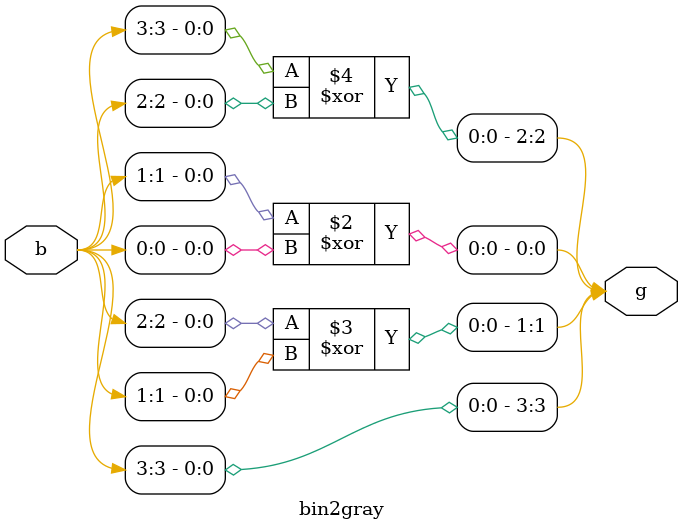
<source format=v>
`timescale 1ns / 1ps
module bin2gray(
    input [3:0] b,
    output reg[3:0] g
    );
	 always @(b)
	 begin
	 g[0]=b[1]^b[0];
	 g[1]=b[2]^b[1];
	 g[2]=b[3]^b[2];
	 g[3]=b[3];
	 end
endmodule

</source>
